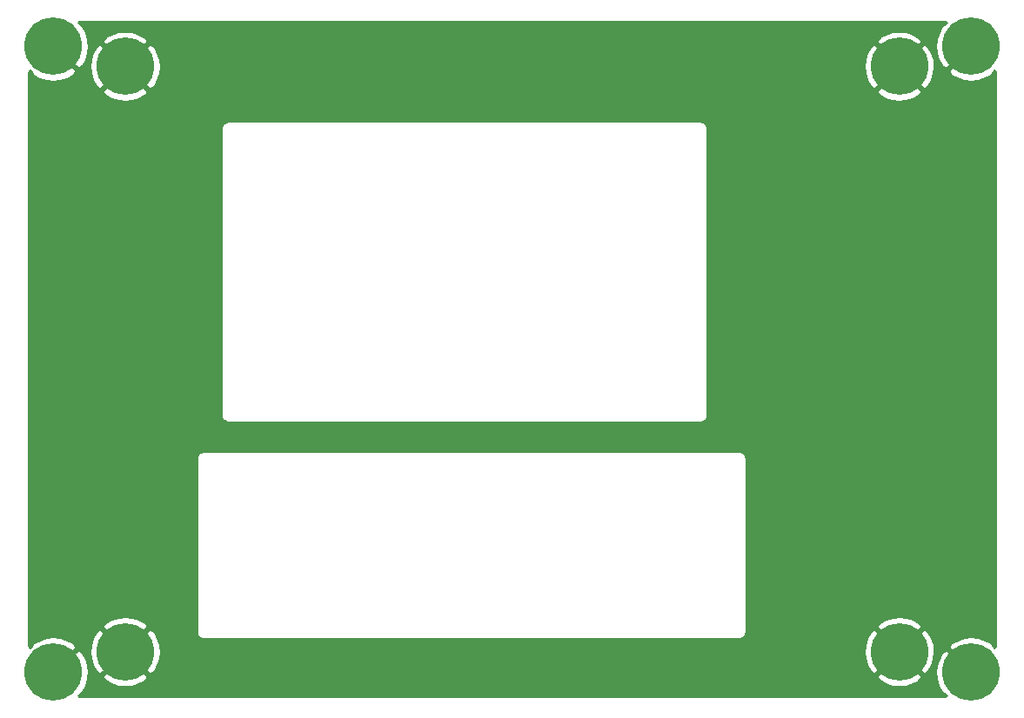
<source format=gbr>
G04 #@! TF.GenerationSoftware,KiCad,Pcbnew,(5.1.7)-1*
G04 #@! TF.CreationDate,2020-12-29T17:01:12+00:00*
G04 #@! TF.ProjectId,Panel,50616e65-6c2e-46b6-9963-61645f706362,rev?*
G04 #@! TF.SameCoordinates,Original*
G04 #@! TF.FileFunction,Copper,L1,Top*
G04 #@! TF.FilePolarity,Positive*
%FSLAX46Y46*%
G04 Gerber Fmt 4.6, Leading zero omitted, Abs format (unit mm)*
G04 Created by KiCad (PCBNEW (5.1.7)-1) date 2020-12-29 17:01:12*
%MOMM*%
%LPD*%
G01*
G04 APERTURE LIST*
G04 #@! TA.AperFunction,ComponentPad*
%ADD10C,5.600000*%
G04 #@! TD*
G04 #@! TA.AperFunction,Conductor*
%ADD11C,0.254000*%
G04 #@! TD*
G04 #@! TA.AperFunction,Conductor*
%ADD12C,0.100000*%
G04 #@! TD*
G04 APERTURE END LIST*
D10*
X210120000Y-67290000D03*
X203120000Y-126290000D03*
X120790000Y-128290000D03*
X120790000Y-67300000D03*
X127790000Y-69290000D03*
X127790000Y-126290000D03*
X203120000Y-69290000D03*
X210120000Y-128290000D03*
D11*
X207703517Y-65053125D02*
X207254823Y-65365308D01*
X206934388Y-65961259D01*
X206736374Y-66608273D01*
X206668390Y-67281484D01*
X206733051Y-67955023D01*
X206927870Y-68603006D01*
X207245361Y-69200530D01*
X207254823Y-69214692D01*
X207703519Y-69526876D01*
X209940395Y-67290000D01*
X209926253Y-67275858D01*
X210105858Y-67096253D01*
X210120000Y-67110395D01*
X210134143Y-67096253D01*
X210313748Y-67275858D01*
X210299605Y-67290000D01*
X210313748Y-67304143D01*
X210134143Y-67483748D01*
X210120000Y-67469605D01*
X207883124Y-69706481D01*
X208195308Y-70155177D01*
X208791259Y-70475612D01*
X209438273Y-70673626D01*
X210111484Y-70741610D01*
X210785023Y-70676949D01*
X211433006Y-70482130D01*
X212030530Y-70164639D01*
X212044692Y-70155177D01*
X212356875Y-69706483D01*
X212460001Y-69809609D01*
X212460000Y-125770392D01*
X212356875Y-125873517D01*
X212044692Y-125424823D01*
X211448741Y-125104388D01*
X210801727Y-124906374D01*
X210128516Y-124838390D01*
X209454977Y-124903051D01*
X208806994Y-125097870D01*
X208209470Y-125415361D01*
X208195308Y-125424823D01*
X207883124Y-125873519D01*
X210120000Y-128110395D01*
X210134143Y-128096253D01*
X210313748Y-128275858D01*
X210299605Y-128290000D01*
X210313748Y-128304143D01*
X210134143Y-128483748D01*
X210120000Y-128469605D01*
X210105858Y-128483748D01*
X209926253Y-128304143D01*
X209940395Y-128290000D01*
X207703519Y-126053124D01*
X207254823Y-126365308D01*
X206934388Y-126961259D01*
X206736374Y-127608273D01*
X206668390Y-128281484D01*
X206733051Y-128955023D01*
X206927870Y-129603006D01*
X207245361Y-130200530D01*
X207254823Y-130214692D01*
X207703517Y-130526875D01*
X207600392Y-130630000D01*
X123309608Y-130630000D01*
X123206483Y-130526875D01*
X123655177Y-130214692D01*
X123975612Y-129618741D01*
X124173626Y-128971727D01*
X124200411Y-128706481D01*
X125553124Y-128706481D01*
X125865308Y-129155177D01*
X126461259Y-129475612D01*
X127108273Y-129673626D01*
X127781484Y-129741610D01*
X128455023Y-129676949D01*
X129103006Y-129482130D01*
X129700530Y-129164639D01*
X129714692Y-129155177D01*
X130026876Y-128706481D01*
X200883124Y-128706481D01*
X201195308Y-129155177D01*
X201791259Y-129475612D01*
X202438273Y-129673626D01*
X203111484Y-129741610D01*
X203785023Y-129676949D01*
X204433006Y-129482130D01*
X205030530Y-129164639D01*
X205044692Y-129155177D01*
X205356876Y-128706481D01*
X203120000Y-126469605D01*
X200883124Y-128706481D01*
X130026876Y-128706481D01*
X127790000Y-126469605D01*
X125553124Y-128706481D01*
X124200411Y-128706481D01*
X124241610Y-128298516D01*
X124176949Y-127624977D01*
X123982130Y-126976994D01*
X123664639Y-126379470D01*
X123655177Y-126365308D01*
X123534699Y-126281484D01*
X124338390Y-126281484D01*
X124403051Y-126955023D01*
X124597870Y-127603006D01*
X124915361Y-128200530D01*
X124924823Y-128214692D01*
X125373519Y-128526876D01*
X127610395Y-126290000D01*
X127969605Y-126290000D01*
X130206481Y-128526876D01*
X130655177Y-128214692D01*
X130975612Y-127618741D01*
X131173626Y-126971727D01*
X131241610Y-126298516D01*
X131239975Y-126281484D01*
X199668390Y-126281484D01*
X199733051Y-126955023D01*
X199927870Y-127603006D01*
X200245361Y-128200530D01*
X200254823Y-128214692D01*
X200703519Y-128526876D01*
X202940395Y-126290000D01*
X203299605Y-126290000D01*
X205536481Y-128526876D01*
X205985177Y-128214692D01*
X206305612Y-127618741D01*
X206503626Y-126971727D01*
X206571610Y-126298516D01*
X206506949Y-125624977D01*
X206312130Y-124976994D01*
X205994639Y-124379470D01*
X205985177Y-124365308D01*
X205536481Y-124053124D01*
X203299605Y-126290000D01*
X202940395Y-126290000D01*
X200703519Y-124053124D01*
X200254823Y-124365308D01*
X199934388Y-124961259D01*
X199736374Y-125608273D01*
X199668390Y-126281484D01*
X131239975Y-126281484D01*
X131176949Y-125624977D01*
X130982130Y-124976994D01*
X130670235Y-124390000D01*
X134736807Y-124390000D01*
X134743282Y-124455743D01*
X134749474Y-124518999D01*
X134749531Y-124519186D01*
X134749550Y-124519383D01*
X134768615Y-124582231D01*
X134787141Y-124643431D01*
X134787232Y-124643601D01*
X134787290Y-124643793D01*
X134818360Y-124701922D01*
X134848358Y-124758124D01*
X134848481Y-124758274D01*
X134848575Y-124758450D01*
X134890344Y-124809346D01*
X134930776Y-124858671D01*
X134930925Y-124858794D01*
X134931052Y-124858948D01*
X134982323Y-124901025D01*
X135031226Y-124941207D01*
X135031394Y-124941297D01*
X135031550Y-124941425D01*
X135089752Y-124972534D01*
X135145846Y-125002560D01*
X135146032Y-125002617D01*
X135146207Y-125002710D01*
X135209060Y-125021776D01*
X135270234Y-125040373D01*
X135270426Y-125040392D01*
X135270617Y-125040450D01*
X135336456Y-125046934D01*
X135399610Y-125053192D01*
X135432218Y-125050000D01*
X187527581Y-125050000D01*
X187560000Y-125053193D01*
X187592419Y-125050000D01*
X187689383Y-125040450D01*
X187813793Y-125002710D01*
X187928450Y-124941425D01*
X188028948Y-124858948D01*
X188111425Y-124758450D01*
X188172710Y-124643793D01*
X188210450Y-124519383D01*
X188223193Y-124390000D01*
X188220000Y-124357581D01*
X188220000Y-123873519D01*
X200883124Y-123873519D01*
X203120000Y-126110395D01*
X205356876Y-123873519D01*
X205044692Y-123424823D01*
X204448741Y-123104388D01*
X203801727Y-122906374D01*
X203128516Y-122838390D01*
X202454977Y-122903051D01*
X201806994Y-123097870D01*
X201209470Y-123415361D01*
X201195308Y-123424823D01*
X200883124Y-123873519D01*
X188220000Y-123873519D01*
X188220000Y-107452419D01*
X188223193Y-107420000D01*
X188210450Y-107290617D01*
X188172710Y-107166207D01*
X188111425Y-107051550D01*
X188028948Y-106951052D01*
X187928450Y-106868575D01*
X187813793Y-106807290D01*
X187689383Y-106769550D01*
X187592419Y-106760000D01*
X187560000Y-106756807D01*
X187527581Y-106760000D01*
X135442605Y-106760000D01*
X135410390Y-106756808D01*
X135377782Y-106760000D01*
X135377581Y-106760000D01*
X135344708Y-106763238D01*
X135281001Y-106769474D01*
X135280814Y-106769531D01*
X135280617Y-106769550D01*
X135217769Y-106788615D01*
X135156569Y-106807141D01*
X135156399Y-106807232D01*
X135156207Y-106807290D01*
X135098078Y-106838360D01*
X135041876Y-106868358D01*
X135041726Y-106868481D01*
X135041550Y-106868575D01*
X134990654Y-106910344D01*
X134941329Y-106950776D01*
X134941206Y-106950925D01*
X134941052Y-106951052D01*
X134898975Y-107002323D01*
X134858793Y-107051226D01*
X134858703Y-107051394D01*
X134858575Y-107051550D01*
X134827466Y-107109752D01*
X134797440Y-107165846D01*
X134797383Y-107166032D01*
X134797290Y-107166207D01*
X134778224Y-107229060D01*
X134759627Y-107290234D01*
X134759608Y-107290426D01*
X134759550Y-107290617D01*
X134753060Y-107356516D01*
X134750020Y-107387193D01*
X134750020Y-107387379D01*
X134746807Y-107420000D01*
X134749982Y-107452233D01*
X134740020Y-124357377D01*
X134736807Y-124390000D01*
X130670235Y-124390000D01*
X130664639Y-124379470D01*
X130655177Y-124365308D01*
X130206481Y-124053124D01*
X127969605Y-126290000D01*
X127610395Y-126290000D01*
X125373519Y-124053124D01*
X124924823Y-124365308D01*
X124604388Y-124961259D01*
X124406374Y-125608273D01*
X124338390Y-126281484D01*
X123534699Y-126281484D01*
X123206481Y-126053124D01*
X120969605Y-128290000D01*
X120983748Y-128304143D01*
X120804143Y-128483748D01*
X120790000Y-128469605D01*
X120775858Y-128483748D01*
X120596253Y-128304143D01*
X120610395Y-128290000D01*
X120596253Y-128275858D01*
X120775858Y-128096253D01*
X120790000Y-128110395D01*
X123026876Y-125873519D01*
X122714692Y-125424823D01*
X122118741Y-125104388D01*
X121471727Y-124906374D01*
X120798516Y-124838390D01*
X120124977Y-124903051D01*
X119476994Y-125097870D01*
X118879470Y-125415361D01*
X118865308Y-125424823D01*
X118553125Y-125873517D01*
X118450000Y-125770392D01*
X118450000Y-123873519D01*
X125553124Y-123873519D01*
X127790000Y-126110395D01*
X130026876Y-123873519D01*
X129714692Y-123424823D01*
X129118741Y-123104388D01*
X128471727Y-122906374D01*
X127798516Y-122838390D01*
X127124977Y-122903051D01*
X126476994Y-123097870D01*
X125879470Y-123415361D01*
X125865308Y-123424823D01*
X125553124Y-123873519D01*
X118450000Y-123873519D01*
X118450000Y-75290000D01*
X137126807Y-75290000D01*
X137130000Y-75322419D01*
X137130001Y-103257571D01*
X137126807Y-103290000D01*
X137139550Y-103419383D01*
X137177290Y-103543793D01*
X137238575Y-103658450D01*
X137321052Y-103758948D01*
X137421550Y-103841425D01*
X137536207Y-103902710D01*
X137660617Y-103940450D01*
X137757581Y-103950000D01*
X137790000Y-103953193D01*
X137822419Y-103950000D01*
X183757581Y-103950000D01*
X183790000Y-103953193D01*
X183822419Y-103950000D01*
X183919383Y-103940450D01*
X184043793Y-103902710D01*
X184158450Y-103841425D01*
X184258948Y-103758948D01*
X184341425Y-103658450D01*
X184402710Y-103543793D01*
X184440450Y-103419383D01*
X184453193Y-103290000D01*
X184450000Y-103257581D01*
X184450000Y-75322419D01*
X184453193Y-75290000D01*
X184440450Y-75160617D01*
X184402710Y-75036207D01*
X184341425Y-74921550D01*
X184258948Y-74821052D01*
X184158450Y-74738575D01*
X184043793Y-74677290D01*
X183919383Y-74639550D01*
X183822419Y-74630000D01*
X183790000Y-74626807D01*
X183757581Y-74630000D01*
X137822419Y-74630000D01*
X137790000Y-74626807D01*
X137757581Y-74630000D01*
X137660617Y-74639550D01*
X137536207Y-74677290D01*
X137421550Y-74738575D01*
X137321052Y-74821052D01*
X137238575Y-74921550D01*
X137177290Y-75036207D01*
X137139550Y-75160617D01*
X137126807Y-75290000D01*
X118450000Y-75290000D01*
X118450000Y-71706481D01*
X125553124Y-71706481D01*
X125865308Y-72155177D01*
X126461259Y-72475612D01*
X127108273Y-72673626D01*
X127781484Y-72741610D01*
X128455023Y-72676949D01*
X129103006Y-72482130D01*
X129700530Y-72164639D01*
X129714692Y-72155177D01*
X130026876Y-71706481D01*
X200883124Y-71706481D01*
X201195308Y-72155177D01*
X201791259Y-72475612D01*
X202438273Y-72673626D01*
X203111484Y-72741610D01*
X203785023Y-72676949D01*
X204433006Y-72482130D01*
X205030530Y-72164639D01*
X205044692Y-72155177D01*
X205356876Y-71706481D01*
X203120000Y-69469605D01*
X200883124Y-71706481D01*
X130026876Y-71706481D01*
X127790000Y-69469605D01*
X125553124Y-71706481D01*
X118450000Y-71706481D01*
X118450000Y-69819608D01*
X118553125Y-69716483D01*
X118865308Y-70165177D01*
X119461259Y-70485612D01*
X120108273Y-70683626D01*
X120781484Y-70751610D01*
X121455023Y-70686949D01*
X122103006Y-70492130D01*
X122700530Y-70174639D01*
X122714692Y-70165177D01*
X123026876Y-69716481D01*
X120790000Y-67479605D01*
X120775858Y-67493748D01*
X120596253Y-67314143D01*
X120610395Y-67300000D01*
X120596253Y-67285858D01*
X120775858Y-67106253D01*
X120790000Y-67120395D01*
X120804143Y-67106253D01*
X120983748Y-67285858D01*
X120969605Y-67300000D01*
X123206481Y-69536876D01*
X123573550Y-69281484D01*
X124338390Y-69281484D01*
X124403051Y-69955023D01*
X124597870Y-70603006D01*
X124915361Y-71200530D01*
X124924823Y-71214692D01*
X125373519Y-71526876D01*
X127610395Y-69290000D01*
X127969605Y-69290000D01*
X130206481Y-71526876D01*
X130655177Y-71214692D01*
X130975612Y-70618741D01*
X131173626Y-69971727D01*
X131241610Y-69298516D01*
X131239975Y-69281484D01*
X199668390Y-69281484D01*
X199733051Y-69955023D01*
X199927870Y-70603006D01*
X200245361Y-71200530D01*
X200254823Y-71214692D01*
X200703519Y-71526876D01*
X202940395Y-69290000D01*
X203299605Y-69290000D01*
X205536481Y-71526876D01*
X205985177Y-71214692D01*
X206305612Y-70618741D01*
X206503626Y-69971727D01*
X206571610Y-69298516D01*
X206506949Y-68624977D01*
X206312130Y-67976994D01*
X205994639Y-67379470D01*
X205985177Y-67365308D01*
X205536481Y-67053124D01*
X203299605Y-69290000D01*
X202940395Y-69290000D01*
X200703519Y-67053124D01*
X200254823Y-67365308D01*
X199934388Y-67961259D01*
X199736374Y-68608273D01*
X199668390Y-69281484D01*
X131239975Y-69281484D01*
X131176949Y-68624977D01*
X130982130Y-67976994D01*
X130664639Y-67379470D01*
X130655177Y-67365308D01*
X130206481Y-67053124D01*
X127969605Y-69290000D01*
X127610395Y-69290000D01*
X125373519Y-67053124D01*
X124924823Y-67365308D01*
X124604388Y-67961259D01*
X124406374Y-68608273D01*
X124338390Y-69281484D01*
X123573550Y-69281484D01*
X123655177Y-69224692D01*
X123975612Y-68628741D01*
X124173626Y-67981727D01*
X124241610Y-67308516D01*
X124199850Y-66873519D01*
X125553124Y-66873519D01*
X127790000Y-69110395D01*
X130026876Y-66873519D01*
X200883124Y-66873519D01*
X203120000Y-69110395D01*
X205356876Y-66873519D01*
X205044692Y-66424823D01*
X204448741Y-66104388D01*
X203801727Y-65906374D01*
X203128516Y-65838390D01*
X202454977Y-65903051D01*
X201806994Y-66097870D01*
X201209470Y-66415361D01*
X201195308Y-66424823D01*
X200883124Y-66873519D01*
X130026876Y-66873519D01*
X129714692Y-66424823D01*
X129118741Y-66104388D01*
X128471727Y-65906374D01*
X127798516Y-65838390D01*
X127124977Y-65903051D01*
X126476994Y-66097870D01*
X125879470Y-66415361D01*
X125865308Y-66424823D01*
X125553124Y-66873519D01*
X124199850Y-66873519D01*
X124176949Y-66634977D01*
X123982130Y-65986994D01*
X123664639Y-65389470D01*
X123655177Y-65375308D01*
X123206483Y-65063125D01*
X123319608Y-64950000D01*
X207600392Y-64950000D01*
X207703517Y-65053125D01*
G04 #@! TA.AperFunction,Conductor*
D12*
G36*
X207703517Y-65053125D02*
G01*
X207254823Y-65365308D01*
X206934388Y-65961259D01*
X206736374Y-66608273D01*
X206668390Y-67281484D01*
X206733051Y-67955023D01*
X206927870Y-68603006D01*
X207245361Y-69200530D01*
X207254823Y-69214692D01*
X207703519Y-69526876D01*
X209940395Y-67290000D01*
X209926253Y-67275858D01*
X210105858Y-67096253D01*
X210120000Y-67110395D01*
X210134143Y-67096253D01*
X210313748Y-67275858D01*
X210299605Y-67290000D01*
X210313748Y-67304143D01*
X210134143Y-67483748D01*
X210120000Y-67469605D01*
X207883124Y-69706481D01*
X208195308Y-70155177D01*
X208791259Y-70475612D01*
X209438273Y-70673626D01*
X210111484Y-70741610D01*
X210785023Y-70676949D01*
X211433006Y-70482130D01*
X212030530Y-70164639D01*
X212044692Y-70155177D01*
X212356875Y-69706483D01*
X212460001Y-69809609D01*
X212460000Y-125770392D01*
X212356875Y-125873517D01*
X212044692Y-125424823D01*
X211448741Y-125104388D01*
X210801727Y-124906374D01*
X210128516Y-124838390D01*
X209454977Y-124903051D01*
X208806994Y-125097870D01*
X208209470Y-125415361D01*
X208195308Y-125424823D01*
X207883124Y-125873519D01*
X210120000Y-128110395D01*
X210134143Y-128096253D01*
X210313748Y-128275858D01*
X210299605Y-128290000D01*
X210313748Y-128304143D01*
X210134143Y-128483748D01*
X210120000Y-128469605D01*
X210105858Y-128483748D01*
X209926253Y-128304143D01*
X209940395Y-128290000D01*
X207703519Y-126053124D01*
X207254823Y-126365308D01*
X206934388Y-126961259D01*
X206736374Y-127608273D01*
X206668390Y-128281484D01*
X206733051Y-128955023D01*
X206927870Y-129603006D01*
X207245361Y-130200530D01*
X207254823Y-130214692D01*
X207703517Y-130526875D01*
X207600392Y-130630000D01*
X123309608Y-130630000D01*
X123206483Y-130526875D01*
X123655177Y-130214692D01*
X123975612Y-129618741D01*
X124173626Y-128971727D01*
X124200411Y-128706481D01*
X125553124Y-128706481D01*
X125865308Y-129155177D01*
X126461259Y-129475612D01*
X127108273Y-129673626D01*
X127781484Y-129741610D01*
X128455023Y-129676949D01*
X129103006Y-129482130D01*
X129700530Y-129164639D01*
X129714692Y-129155177D01*
X130026876Y-128706481D01*
X200883124Y-128706481D01*
X201195308Y-129155177D01*
X201791259Y-129475612D01*
X202438273Y-129673626D01*
X203111484Y-129741610D01*
X203785023Y-129676949D01*
X204433006Y-129482130D01*
X205030530Y-129164639D01*
X205044692Y-129155177D01*
X205356876Y-128706481D01*
X203120000Y-126469605D01*
X200883124Y-128706481D01*
X130026876Y-128706481D01*
X127790000Y-126469605D01*
X125553124Y-128706481D01*
X124200411Y-128706481D01*
X124241610Y-128298516D01*
X124176949Y-127624977D01*
X123982130Y-126976994D01*
X123664639Y-126379470D01*
X123655177Y-126365308D01*
X123534699Y-126281484D01*
X124338390Y-126281484D01*
X124403051Y-126955023D01*
X124597870Y-127603006D01*
X124915361Y-128200530D01*
X124924823Y-128214692D01*
X125373519Y-128526876D01*
X127610395Y-126290000D01*
X127969605Y-126290000D01*
X130206481Y-128526876D01*
X130655177Y-128214692D01*
X130975612Y-127618741D01*
X131173626Y-126971727D01*
X131241610Y-126298516D01*
X131239975Y-126281484D01*
X199668390Y-126281484D01*
X199733051Y-126955023D01*
X199927870Y-127603006D01*
X200245361Y-128200530D01*
X200254823Y-128214692D01*
X200703519Y-128526876D01*
X202940395Y-126290000D01*
X203299605Y-126290000D01*
X205536481Y-128526876D01*
X205985177Y-128214692D01*
X206305612Y-127618741D01*
X206503626Y-126971727D01*
X206571610Y-126298516D01*
X206506949Y-125624977D01*
X206312130Y-124976994D01*
X205994639Y-124379470D01*
X205985177Y-124365308D01*
X205536481Y-124053124D01*
X203299605Y-126290000D01*
X202940395Y-126290000D01*
X200703519Y-124053124D01*
X200254823Y-124365308D01*
X199934388Y-124961259D01*
X199736374Y-125608273D01*
X199668390Y-126281484D01*
X131239975Y-126281484D01*
X131176949Y-125624977D01*
X130982130Y-124976994D01*
X130670235Y-124390000D01*
X134736807Y-124390000D01*
X134743282Y-124455743D01*
X134749474Y-124518999D01*
X134749531Y-124519186D01*
X134749550Y-124519383D01*
X134768615Y-124582231D01*
X134787141Y-124643431D01*
X134787232Y-124643601D01*
X134787290Y-124643793D01*
X134818360Y-124701922D01*
X134848358Y-124758124D01*
X134848481Y-124758274D01*
X134848575Y-124758450D01*
X134890344Y-124809346D01*
X134930776Y-124858671D01*
X134930925Y-124858794D01*
X134931052Y-124858948D01*
X134982323Y-124901025D01*
X135031226Y-124941207D01*
X135031394Y-124941297D01*
X135031550Y-124941425D01*
X135089752Y-124972534D01*
X135145846Y-125002560D01*
X135146032Y-125002617D01*
X135146207Y-125002710D01*
X135209060Y-125021776D01*
X135270234Y-125040373D01*
X135270426Y-125040392D01*
X135270617Y-125040450D01*
X135336456Y-125046934D01*
X135399610Y-125053192D01*
X135432218Y-125050000D01*
X187527581Y-125050000D01*
X187560000Y-125053193D01*
X187592419Y-125050000D01*
X187689383Y-125040450D01*
X187813793Y-125002710D01*
X187928450Y-124941425D01*
X188028948Y-124858948D01*
X188111425Y-124758450D01*
X188172710Y-124643793D01*
X188210450Y-124519383D01*
X188223193Y-124390000D01*
X188220000Y-124357581D01*
X188220000Y-123873519D01*
X200883124Y-123873519D01*
X203120000Y-126110395D01*
X205356876Y-123873519D01*
X205044692Y-123424823D01*
X204448741Y-123104388D01*
X203801727Y-122906374D01*
X203128516Y-122838390D01*
X202454977Y-122903051D01*
X201806994Y-123097870D01*
X201209470Y-123415361D01*
X201195308Y-123424823D01*
X200883124Y-123873519D01*
X188220000Y-123873519D01*
X188220000Y-107452419D01*
X188223193Y-107420000D01*
X188210450Y-107290617D01*
X188172710Y-107166207D01*
X188111425Y-107051550D01*
X188028948Y-106951052D01*
X187928450Y-106868575D01*
X187813793Y-106807290D01*
X187689383Y-106769550D01*
X187592419Y-106760000D01*
X187560000Y-106756807D01*
X187527581Y-106760000D01*
X135442605Y-106760000D01*
X135410390Y-106756808D01*
X135377782Y-106760000D01*
X135377581Y-106760000D01*
X135344708Y-106763238D01*
X135281001Y-106769474D01*
X135280814Y-106769531D01*
X135280617Y-106769550D01*
X135217769Y-106788615D01*
X135156569Y-106807141D01*
X135156399Y-106807232D01*
X135156207Y-106807290D01*
X135098078Y-106838360D01*
X135041876Y-106868358D01*
X135041726Y-106868481D01*
X135041550Y-106868575D01*
X134990654Y-106910344D01*
X134941329Y-106950776D01*
X134941206Y-106950925D01*
X134941052Y-106951052D01*
X134898975Y-107002323D01*
X134858793Y-107051226D01*
X134858703Y-107051394D01*
X134858575Y-107051550D01*
X134827466Y-107109752D01*
X134797440Y-107165846D01*
X134797383Y-107166032D01*
X134797290Y-107166207D01*
X134778224Y-107229060D01*
X134759627Y-107290234D01*
X134759608Y-107290426D01*
X134759550Y-107290617D01*
X134753060Y-107356516D01*
X134750020Y-107387193D01*
X134750020Y-107387379D01*
X134746807Y-107420000D01*
X134749982Y-107452233D01*
X134740020Y-124357377D01*
X134736807Y-124390000D01*
X130670235Y-124390000D01*
X130664639Y-124379470D01*
X130655177Y-124365308D01*
X130206481Y-124053124D01*
X127969605Y-126290000D01*
X127610395Y-126290000D01*
X125373519Y-124053124D01*
X124924823Y-124365308D01*
X124604388Y-124961259D01*
X124406374Y-125608273D01*
X124338390Y-126281484D01*
X123534699Y-126281484D01*
X123206481Y-126053124D01*
X120969605Y-128290000D01*
X120983748Y-128304143D01*
X120804143Y-128483748D01*
X120790000Y-128469605D01*
X120775858Y-128483748D01*
X120596253Y-128304143D01*
X120610395Y-128290000D01*
X120596253Y-128275858D01*
X120775858Y-128096253D01*
X120790000Y-128110395D01*
X123026876Y-125873519D01*
X122714692Y-125424823D01*
X122118741Y-125104388D01*
X121471727Y-124906374D01*
X120798516Y-124838390D01*
X120124977Y-124903051D01*
X119476994Y-125097870D01*
X118879470Y-125415361D01*
X118865308Y-125424823D01*
X118553125Y-125873517D01*
X118450000Y-125770392D01*
X118450000Y-123873519D01*
X125553124Y-123873519D01*
X127790000Y-126110395D01*
X130026876Y-123873519D01*
X129714692Y-123424823D01*
X129118741Y-123104388D01*
X128471727Y-122906374D01*
X127798516Y-122838390D01*
X127124977Y-122903051D01*
X126476994Y-123097870D01*
X125879470Y-123415361D01*
X125865308Y-123424823D01*
X125553124Y-123873519D01*
X118450000Y-123873519D01*
X118450000Y-75290000D01*
X137126807Y-75290000D01*
X137130000Y-75322419D01*
X137130001Y-103257571D01*
X137126807Y-103290000D01*
X137139550Y-103419383D01*
X137177290Y-103543793D01*
X137238575Y-103658450D01*
X137321052Y-103758948D01*
X137421550Y-103841425D01*
X137536207Y-103902710D01*
X137660617Y-103940450D01*
X137757581Y-103950000D01*
X137790000Y-103953193D01*
X137822419Y-103950000D01*
X183757581Y-103950000D01*
X183790000Y-103953193D01*
X183822419Y-103950000D01*
X183919383Y-103940450D01*
X184043793Y-103902710D01*
X184158450Y-103841425D01*
X184258948Y-103758948D01*
X184341425Y-103658450D01*
X184402710Y-103543793D01*
X184440450Y-103419383D01*
X184453193Y-103290000D01*
X184450000Y-103257581D01*
X184450000Y-75322419D01*
X184453193Y-75290000D01*
X184440450Y-75160617D01*
X184402710Y-75036207D01*
X184341425Y-74921550D01*
X184258948Y-74821052D01*
X184158450Y-74738575D01*
X184043793Y-74677290D01*
X183919383Y-74639550D01*
X183822419Y-74630000D01*
X183790000Y-74626807D01*
X183757581Y-74630000D01*
X137822419Y-74630000D01*
X137790000Y-74626807D01*
X137757581Y-74630000D01*
X137660617Y-74639550D01*
X137536207Y-74677290D01*
X137421550Y-74738575D01*
X137321052Y-74821052D01*
X137238575Y-74921550D01*
X137177290Y-75036207D01*
X137139550Y-75160617D01*
X137126807Y-75290000D01*
X118450000Y-75290000D01*
X118450000Y-71706481D01*
X125553124Y-71706481D01*
X125865308Y-72155177D01*
X126461259Y-72475612D01*
X127108273Y-72673626D01*
X127781484Y-72741610D01*
X128455023Y-72676949D01*
X129103006Y-72482130D01*
X129700530Y-72164639D01*
X129714692Y-72155177D01*
X130026876Y-71706481D01*
X200883124Y-71706481D01*
X201195308Y-72155177D01*
X201791259Y-72475612D01*
X202438273Y-72673626D01*
X203111484Y-72741610D01*
X203785023Y-72676949D01*
X204433006Y-72482130D01*
X205030530Y-72164639D01*
X205044692Y-72155177D01*
X205356876Y-71706481D01*
X203120000Y-69469605D01*
X200883124Y-71706481D01*
X130026876Y-71706481D01*
X127790000Y-69469605D01*
X125553124Y-71706481D01*
X118450000Y-71706481D01*
X118450000Y-69819608D01*
X118553125Y-69716483D01*
X118865308Y-70165177D01*
X119461259Y-70485612D01*
X120108273Y-70683626D01*
X120781484Y-70751610D01*
X121455023Y-70686949D01*
X122103006Y-70492130D01*
X122700530Y-70174639D01*
X122714692Y-70165177D01*
X123026876Y-69716481D01*
X120790000Y-67479605D01*
X120775858Y-67493748D01*
X120596253Y-67314143D01*
X120610395Y-67300000D01*
X120596253Y-67285858D01*
X120775858Y-67106253D01*
X120790000Y-67120395D01*
X120804143Y-67106253D01*
X120983748Y-67285858D01*
X120969605Y-67300000D01*
X123206481Y-69536876D01*
X123573550Y-69281484D01*
X124338390Y-69281484D01*
X124403051Y-69955023D01*
X124597870Y-70603006D01*
X124915361Y-71200530D01*
X124924823Y-71214692D01*
X125373519Y-71526876D01*
X127610395Y-69290000D01*
X127969605Y-69290000D01*
X130206481Y-71526876D01*
X130655177Y-71214692D01*
X130975612Y-70618741D01*
X131173626Y-69971727D01*
X131241610Y-69298516D01*
X131239975Y-69281484D01*
X199668390Y-69281484D01*
X199733051Y-69955023D01*
X199927870Y-70603006D01*
X200245361Y-71200530D01*
X200254823Y-71214692D01*
X200703519Y-71526876D01*
X202940395Y-69290000D01*
X203299605Y-69290000D01*
X205536481Y-71526876D01*
X205985177Y-71214692D01*
X206305612Y-70618741D01*
X206503626Y-69971727D01*
X206571610Y-69298516D01*
X206506949Y-68624977D01*
X206312130Y-67976994D01*
X205994639Y-67379470D01*
X205985177Y-67365308D01*
X205536481Y-67053124D01*
X203299605Y-69290000D01*
X202940395Y-69290000D01*
X200703519Y-67053124D01*
X200254823Y-67365308D01*
X199934388Y-67961259D01*
X199736374Y-68608273D01*
X199668390Y-69281484D01*
X131239975Y-69281484D01*
X131176949Y-68624977D01*
X130982130Y-67976994D01*
X130664639Y-67379470D01*
X130655177Y-67365308D01*
X130206481Y-67053124D01*
X127969605Y-69290000D01*
X127610395Y-69290000D01*
X125373519Y-67053124D01*
X124924823Y-67365308D01*
X124604388Y-67961259D01*
X124406374Y-68608273D01*
X124338390Y-69281484D01*
X123573550Y-69281484D01*
X123655177Y-69224692D01*
X123975612Y-68628741D01*
X124173626Y-67981727D01*
X124241610Y-67308516D01*
X124199850Y-66873519D01*
X125553124Y-66873519D01*
X127790000Y-69110395D01*
X130026876Y-66873519D01*
X200883124Y-66873519D01*
X203120000Y-69110395D01*
X205356876Y-66873519D01*
X205044692Y-66424823D01*
X204448741Y-66104388D01*
X203801727Y-65906374D01*
X203128516Y-65838390D01*
X202454977Y-65903051D01*
X201806994Y-66097870D01*
X201209470Y-66415361D01*
X201195308Y-66424823D01*
X200883124Y-66873519D01*
X130026876Y-66873519D01*
X129714692Y-66424823D01*
X129118741Y-66104388D01*
X128471727Y-65906374D01*
X127798516Y-65838390D01*
X127124977Y-65903051D01*
X126476994Y-66097870D01*
X125879470Y-66415361D01*
X125865308Y-66424823D01*
X125553124Y-66873519D01*
X124199850Y-66873519D01*
X124176949Y-66634977D01*
X123982130Y-65986994D01*
X123664639Y-65389470D01*
X123655177Y-65375308D01*
X123206483Y-65063125D01*
X123319608Y-64950000D01*
X207600392Y-64950000D01*
X207703517Y-65053125D01*
G37*
G04 #@! TD.AperFunction*
M02*

</source>
